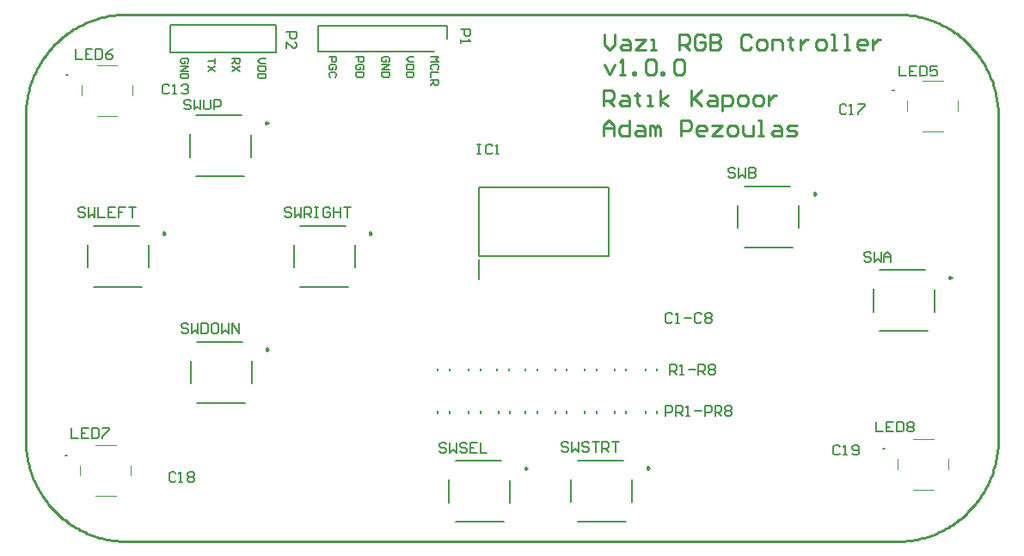
<source format=gto>
G04*
G04 #@! TF.GenerationSoftware,Altium Limited,Altium Designer,21.2.2 (38)*
G04*
G04 Layer_Color=65535*
%FSLAX25Y25*%
%MOIN*%
G70*
G04*
G04 #@! TF.SameCoordinates,98E345A6-E5E3-4E7C-82CD-A9440516B19A*
G04*
G04*
G04 #@! TF.FilePolarity,Positive*
G04*
G01*
G75*
%ADD10C,0.01000*%
%ADD11C,0.00984*%
%ADD12C,0.00787*%
%ADD13C,0.00394*%
%ADD14C,0.00709*%
%ADD15C,0.00591*%
D10*
X477500Y294630D02*
X477487Y295627D01*
X477450Y296624D01*
X477386Y297619D01*
X477298Y298613D01*
X477184Y299604D01*
X477046Y300592D01*
X476883Y301576D01*
X476694Y302555D01*
X476481Y303529D01*
X476243Y304498D01*
X475981Y305461D01*
X475695Y306416D01*
X475384Y307364D01*
X475049Y308303D01*
X474691Y309234D01*
X474309Y310156D01*
X473904Y311067D01*
X473477Y311968D01*
X473026Y312858D01*
X472553Y313736D01*
X472058Y314602D01*
X471541Y315455D01*
X471003Y316295D01*
X470443Y317121D01*
X469863Y317932D01*
X469263Y318729D01*
X468642Y319510D01*
X468002Y320274D01*
X467343Y321023D01*
X466665Y321755D01*
X465969Y322469D01*
X465255Y323165D01*
X464523Y323843D01*
X463774Y324502D01*
X463010Y325142D01*
X462229Y325763D01*
X461432Y326363D01*
X460621Y326943D01*
X459795Y327503D01*
X458955Y328041D01*
X458102Y328558D01*
X457236Y329053D01*
X456358Y329526D01*
X455468Y329977D01*
X454567Y330404D01*
X453656Y330809D01*
X452734Y331191D01*
X451803Y331549D01*
X450864Y331884D01*
X449916Y332194D01*
X448960Y332481D01*
X447998Y332743D01*
X447029Y332981D01*
X446055Y333194D01*
X445076Y333383D01*
X444092Y333546D01*
X443104Y333684D01*
X442113Y333798D01*
X441119Y333886D01*
X440124Y333949D01*
X439127Y333987D01*
X438130Y334000D01*
Y129500D02*
X439127Y129513D01*
X440124Y129551D01*
X441119Y129614D01*
X442113Y129702D01*
X443104Y129815D01*
X444092Y129954D01*
X445076Y130117D01*
X446055Y130306D01*
X447029Y130519D01*
X447998Y130757D01*
X448960Y131019D01*
X449916Y131306D01*
X450864Y131616D01*
X451803Y131951D01*
X452734Y132309D01*
X453656Y132691D01*
X454567Y133096D01*
X455468Y133523D01*
X456358Y133974D01*
X457236Y134447D01*
X458102Y134942D01*
X458955Y135459D01*
X459795Y135997D01*
X460621Y136556D01*
X461432Y137136D01*
X462228Y137737D01*
X463009Y138357D01*
X463774Y138997D01*
X464523Y139657D01*
X465254Y140335D01*
X465969Y141031D01*
X466665Y141745D01*
X467343Y142477D01*
X468002Y143225D01*
X468642Y143990D01*
X469263Y144771D01*
X469863Y145568D01*
X470443Y146379D01*
X471003Y147205D01*
X471541Y148044D01*
X472058Y148898D01*
X472553Y149763D01*
X473026Y150642D01*
X473476Y151531D01*
X473904Y152432D01*
X474309Y153344D01*
X474691Y154265D01*
X475049Y155196D01*
X475384Y156136D01*
X475694Y157084D01*
X475981Y158039D01*
X476243Y159001D01*
X476481Y159970D01*
X476694Y160944D01*
X476882Y161924D01*
X477046Y162908D01*
X477184Y163896D01*
X477298Y164886D01*
X477386Y165880D01*
X477449Y166876D01*
X477487Y167872D01*
X477500Y168869D01*
X139870Y334000D02*
X138873Y333987D01*
X137876Y333949D01*
X136881Y333886D01*
X135887Y333798D01*
X134896Y333684D01*
X133908Y333546D01*
X132924Y333383D01*
X131945Y333194D01*
X130971Y332981D01*
X130002Y332743D01*
X129040Y332481D01*
X128084Y332194D01*
X127136Y331884D01*
X126197Y331549D01*
X125266Y331191D01*
X124344Y330809D01*
X123433Y330404D01*
X122532Y329977D01*
X121642Y329526D01*
X120764Y329053D01*
X119898Y328558D01*
X119045Y328041D01*
X118205Y327503D01*
X117379Y326943D01*
X116568Y326363D01*
X115771Y325763D01*
X114990Y325142D01*
X114225Y324502D01*
X113477Y323843D01*
X112745Y323165D01*
X112031Y322469D01*
X111335Y321755D01*
X110657Y321023D01*
X109998Y320274D01*
X109358Y319510D01*
X108737Y318728D01*
X108137Y317932D01*
X107556Y317121D01*
X106997Y316295D01*
X106459Y315455D01*
X105942Y314602D01*
X105447Y313736D01*
X104974Y312858D01*
X104523Y311968D01*
X104095Y311067D01*
X103691Y310156D01*
X103309Y309234D01*
X102951Y308303D01*
X102616Y307364D01*
X102305Y306416D01*
X102019Y305460D01*
X101757Y304498D01*
X101519Y303529D01*
X101306Y302555D01*
X101118Y301575D01*
X100954Y300592D01*
X100815Y299604D01*
X100702Y298613D01*
X100614Y297619D01*
X100550Y296624D01*
X100513Y295627D01*
X100500Y294630D01*
Y168870D02*
X100513Y167873D01*
X100550Y166876D01*
X100614Y165881D01*
X100702Y164887D01*
X100815Y163896D01*
X100954Y162908D01*
X101118Y161924D01*
X101306Y160945D01*
X101519Y159970D01*
X101757Y159002D01*
X102019Y158039D01*
X102305Y157084D01*
X102616Y156136D01*
X102951Y155197D01*
X103309Y154266D01*
X103691Y153344D01*
X104096Y152433D01*
X104524Y151532D01*
X104974Y150642D01*
X105447Y149764D01*
X105942Y148898D01*
X106459Y148045D01*
X106997Y147205D01*
X107557Y146379D01*
X108137Y145568D01*
X108737Y144771D01*
X109358Y143991D01*
X109998Y143226D01*
X110657Y142477D01*
X111335Y141745D01*
X112031Y141031D01*
X112745Y140335D01*
X113477Y139657D01*
X114225Y138998D01*
X114990Y138358D01*
X115771Y137737D01*
X116568Y137137D01*
X117379Y136556D01*
X118205Y135997D01*
X119045Y135459D01*
X119898Y134942D01*
X120764Y134447D01*
X121642Y133974D01*
X122532Y133523D01*
X123433Y133096D01*
X124344Y132691D01*
X125266Y132309D01*
X126197Y131951D01*
X127136Y131616D01*
X128084Y131306D01*
X129040Y131019D01*
X130002Y130757D01*
X130971Y130519D01*
X131945Y130306D01*
X132924Y130117D01*
X133908Y129954D01*
X134896Y129815D01*
X135887Y129702D01*
X136881Y129614D01*
X137876Y129551D01*
X138873Y129513D01*
X139870Y129500D01*
X139870D02*
X438130D01*
X139870Y334000D02*
X438130D01*
X477500Y168870D02*
Y294630D01*
X100500Y168870D02*
Y294630D01*
X324500Y298597D02*
Y304595D01*
X327499D01*
X328499Y303595D01*
Y301596D01*
X327499Y300596D01*
X324500D01*
X326499D02*
X328499Y298597D01*
X331498Y302596D02*
X333497D01*
X334497Y301596D01*
Y298597D01*
X331498D01*
X330498Y299597D01*
X331498Y300596D01*
X334497D01*
X337496Y303595D02*
Y302596D01*
X336496D01*
X338495D01*
X337496D01*
Y299597D01*
X338495Y298597D01*
X341494D02*
X343494D01*
X342494D01*
Y302596D01*
X341494D01*
X346493Y298597D02*
Y304595D01*
Y300596D02*
X349492Y302596D01*
X346493Y300596D02*
X349492Y298597D01*
X358489Y304595D02*
Y298597D01*
Y300596D01*
X362488Y304595D01*
X359489Y301596D01*
X362488Y298597D01*
X365487Y302596D02*
X367486D01*
X368486Y301596D01*
Y298597D01*
X365487D01*
X364487Y299597D01*
X365487Y300596D01*
X368486D01*
X370485Y296598D02*
Y302596D01*
X373484D01*
X374484Y301596D01*
Y299597D01*
X373484Y298597D01*
X370485D01*
X377483D02*
X379482D01*
X380482Y299597D01*
Y301596D01*
X379482Y302596D01*
X377483D01*
X376483Y301596D01*
Y299597D01*
X377483Y298597D01*
X383481D02*
X385480D01*
X386480Y299597D01*
Y301596D01*
X385480Y302596D01*
X383481D01*
X382481Y301596D01*
Y299597D01*
X383481Y298597D01*
X388479Y302596D02*
Y298597D01*
Y300596D01*
X389479Y301596D01*
X390479Y302596D01*
X391478D01*
X324500Y287000D02*
Y290999D01*
X326499Y292998D01*
X328499Y290999D01*
Y287000D01*
Y289999D01*
X324500D01*
X334497Y292998D02*
Y287000D01*
X331498D01*
X330498Y288000D01*
Y289999D01*
X331498Y290999D01*
X334497D01*
X337496D02*
X339495D01*
X340495Y289999D01*
Y287000D01*
X337496D01*
X336496Y288000D01*
X337496Y288999D01*
X340495D01*
X342494Y287000D02*
Y290999D01*
X343494D01*
X344494Y289999D01*
Y287000D01*
Y289999D01*
X345493Y290999D01*
X346493Y289999D01*
Y287000D01*
X354490D02*
Y292998D01*
X357489D01*
X358489Y291998D01*
Y289999D01*
X357489Y288999D01*
X354490D01*
X363487Y287000D02*
X361488D01*
X360488Y288000D01*
Y289999D01*
X361488Y290999D01*
X363487D01*
X364487Y289999D01*
Y288999D01*
X360488D01*
X366486Y290999D02*
X370485D01*
X366486Y287000D01*
X370485D01*
X373484D02*
X375483D01*
X376483Y288000D01*
Y289999D01*
X375483Y290999D01*
X373484D01*
X372484Y289999D01*
Y288000D01*
X373484Y287000D01*
X378483Y290999D02*
Y288000D01*
X379482Y287000D01*
X382481D01*
Y290999D01*
X384481Y287000D02*
X386480D01*
X385480D01*
Y292998D01*
X384481D01*
X390479Y290999D02*
X392478D01*
X393478Y289999D01*
Y287000D01*
X390479D01*
X389479Y288000D01*
X390479Y288999D01*
X393478D01*
X395477Y287000D02*
X398476D01*
X399476Y288000D01*
X398476Y288999D01*
X396477D01*
X395477Y289999D01*
X396477Y290999D01*
X399476D01*
X325000Y326096D02*
Y322097D01*
X326999Y320098D01*
X328999Y322097D01*
Y326096D01*
X331998Y324096D02*
X333997D01*
X334997Y323097D01*
Y320098D01*
X331998D01*
X330998Y321097D01*
X331998Y322097D01*
X334997D01*
X336996Y324096D02*
X340995D01*
X336996Y320098D01*
X340995D01*
X342994D02*
X344993D01*
X343994D01*
Y324096D01*
X342994D01*
X353991Y320098D02*
Y326096D01*
X356990D01*
X357989Y325096D01*
Y323097D01*
X356990Y322097D01*
X353991D01*
X355990D02*
X357989Y320098D01*
X363987Y325096D02*
X362988Y326096D01*
X360988D01*
X359989Y325096D01*
Y321097D01*
X360988Y320098D01*
X362988D01*
X363987Y321097D01*
Y323097D01*
X361988D01*
X365987Y326096D02*
Y320098D01*
X368986D01*
X369985Y321097D01*
Y322097D01*
X368986Y323097D01*
X365987D01*
X368986D01*
X369985Y324096D01*
Y325096D01*
X368986Y326096D01*
X365987D01*
X381982Y325096D02*
X380982Y326096D01*
X378982D01*
X377983Y325096D01*
Y321097D01*
X378982Y320098D01*
X380982D01*
X381982Y321097D01*
X384981Y320098D02*
X386980D01*
X387980Y321097D01*
Y323097D01*
X386980Y324096D01*
X384981D01*
X383981Y323097D01*
Y321097D01*
X384981Y320098D01*
X389979D02*
Y324096D01*
X392978D01*
X393978Y323097D01*
Y320098D01*
X396977Y325096D02*
Y324096D01*
X395977D01*
X397976D01*
X396977D01*
Y321097D01*
X397976Y320098D01*
X400975Y324096D02*
Y320098D01*
Y322097D01*
X401975Y323097D01*
X402975Y324096D01*
X403974D01*
X407973Y320098D02*
X409972D01*
X410972Y321097D01*
Y323097D01*
X409972Y324096D01*
X407973D01*
X406974Y323097D01*
Y321097D01*
X407973Y320098D01*
X412971D02*
X414971D01*
X413971D01*
Y326096D01*
X412971D01*
X417970Y320098D02*
X419969D01*
X418970D01*
Y326096D01*
X417970D01*
X425967Y320098D02*
X423968D01*
X422968Y321097D01*
Y323097D01*
X423968Y324096D01*
X425967D01*
X426967Y323097D01*
Y322097D01*
X422968D01*
X428966Y324096D02*
Y320098D01*
Y322097D01*
X429966Y323097D01*
X430966Y324096D01*
X431965D01*
X325000Y314499D02*
X326999Y310500D01*
X328999Y314499D01*
X330998Y310500D02*
X332997D01*
X331998D01*
Y316498D01*
X330998Y315498D01*
X335996Y310500D02*
Y311500D01*
X336996D01*
Y310500D01*
X335996D01*
X340995Y315498D02*
X341995Y316498D01*
X343994D01*
X344993Y315498D01*
Y311500D01*
X343994Y310500D01*
X341995D01*
X340995Y311500D01*
Y315498D01*
X346993Y310500D02*
Y311500D01*
X347993D01*
Y310500D01*
X346993D01*
X351991Y315498D02*
X352991Y316498D01*
X354990D01*
X355990Y315498D01*
Y311500D01*
X354990Y310500D01*
X352991D01*
X351991Y311500D01*
Y315498D01*
D11*
X194405Y291858D02*
X193667Y292284D01*
Y291432D01*
X194405Y291858D01*
X342201Y158000D02*
X341463Y158426D01*
Y157574D01*
X342201Y158000D01*
X294905Y157858D02*
X294167Y158284D01*
Y157432D01*
X294905Y157858D01*
X406906Y264358D02*
X406167Y264785D01*
Y263932D01*
X406906Y264358D01*
X459406Y231858D02*
X458667Y232284D01*
Y231432D01*
X459406Y231858D01*
X194701Y204000D02*
X193963Y204426D01*
Y203574D01*
X194701Y204000D01*
X234701Y249000D02*
X233963Y249426D01*
Y248574D01*
X234701Y249000D01*
X154701D02*
X153963Y249426D01*
Y248574D01*
X154701Y249000D01*
D12*
X116539Y162906D02*
X115752D01*
X116539D01*
X433539Y165405D02*
X432752D01*
X433539D01*
X117039Y310405D02*
X116252D01*
X117039D01*
X436398Y304409D02*
X437185D01*
X436398D01*
X166638Y294811D02*
X184268D01*
X187811Y278563D02*
Y287331D01*
X166638Y271189D02*
X185362D01*
X164189Y278563D02*
Y287437D01*
X276244Y231059D02*
Y238736D01*
X276303Y240114D02*
X326697D01*
Y266886D01*
X276303D02*
X326697D01*
X276303Y240114D02*
Y266886D01*
X156409Y329795D02*
X197591D01*
X156409Y319205D02*
Y329795D01*
X197591Y319205D02*
Y329795D01*
X156409Y319205D02*
X197591D01*
X214000Y319618D02*
X259000D01*
X214000D02*
Y329382D01*
X264000D01*
Y324500D02*
Y329382D01*
X272236Y179354D02*
Y180142D01*
X276764Y179354D02*
Y180142D01*
X345264Y179358D02*
Y180146D01*
X340736Y179358D02*
Y180146D01*
X333264Y179354D02*
Y180142D01*
X328736Y179354D02*
Y180142D01*
X321764Y179354D02*
Y180142D01*
X317236Y179354D02*
Y180142D01*
X310264Y179354D02*
Y180142D01*
X305736Y179354D02*
Y180142D01*
X298764Y179354D02*
Y180142D01*
X294236Y179354D02*
Y180142D01*
X288264Y179354D02*
Y180142D01*
X283736Y179354D02*
Y180142D01*
X264764Y179354D02*
Y180142D01*
X260236Y179354D02*
Y180142D01*
Y195854D02*
Y196642D01*
X264764Y195854D02*
Y196642D01*
X272236Y195854D02*
Y196642D01*
X276764Y195854D02*
Y196642D01*
X283236Y195854D02*
Y196642D01*
X287764Y195854D02*
Y196642D01*
X294236Y195854D02*
Y196642D01*
X298764Y195854D02*
Y196642D01*
X305736Y195854D02*
Y196642D01*
X310264Y195854D02*
Y196642D01*
X317236Y195854D02*
Y196642D01*
X321764Y195854D02*
Y196642D01*
X328736Y195854D02*
Y196642D01*
X333264Y195854D02*
Y196642D01*
X340736Y195854D02*
Y196642D01*
X345264Y195854D02*
Y196642D01*
X311984Y144705D02*
Y153579D01*
X314433Y137331D02*
X333157D01*
X335606Y144705D02*
Y153472D01*
X314433Y160953D02*
X332063D01*
X264689Y144563D02*
Y153437D01*
X267138Y137189D02*
X285862D01*
X288311Y144563D02*
Y153331D01*
X267138Y160811D02*
X284768D01*
X376689Y251063D02*
Y259937D01*
X379138Y243689D02*
X397862D01*
X400311Y251063D02*
Y259831D01*
X379138Y267311D02*
X396768D01*
X429189Y218563D02*
Y227437D01*
X431638Y211189D02*
X450362D01*
X452811Y218563D02*
Y227331D01*
X431638Y234811D02*
X449268D01*
X164484Y190705D02*
Y199579D01*
X166933Y183331D02*
X185657D01*
X188106Y190705D02*
Y199472D01*
X166933Y206953D02*
X184563D01*
X204484Y235705D02*
Y244579D01*
X206933Y228331D02*
X225657D01*
X228106Y235705D02*
Y244472D01*
X206933Y251953D02*
X224563D01*
X124484Y235705D02*
Y244579D01*
X126933Y228331D02*
X145657D01*
X148106Y235705D02*
Y244472D01*
X126933Y251953D02*
X144563D01*
D13*
X141342Y155032D02*
Y158968D01*
X121658Y155032D02*
Y158968D01*
X127563Y147158D02*
X135437D01*
X127563Y166842D02*
X135437D01*
X458343Y157531D02*
Y161469D01*
X438658Y157531D02*
Y161469D01*
X444563Y149657D02*
X452437D01*
X444563Y169343D02*
X452437D01*
X141842Y302532D02*
Y306469D01*
X122158Y302532D02*
Y306469D01*
X128063Y294657D02*
X135937D01*
X128063Y314342D02*
X135937D01*
X448209Y308346D02*
X456083D01*
X448209Y288661D02*
X456083D01*
X442303Y296535D02*
Y300472D01*
X461988Y296535D02*
Y300472D01*
D14*
X164408Y300312D02*
X163752Y300968D01*
X162440D01*
X161785Y300312D01*
Y299656D01*
X162440Y299000D01*
X163752D01*
X164408Y298344D01*
Y297688D01*
X163752Y297032D01*
X162440D01*
X161785Y297688D01*
X165720Y300968D02*
Y297032D01*
X167032Y298344D01*
X168344Y297032D01*
Y300968D01*
X169656D02*
Y297688D01*
X170312Y297032D01*
X171624D01*
X172280Y297688D01*
Y300968D01*
X173592Y297032D02*
Y300968D01*
X175560D01*
X176216Y300312D01*
Y299000D01*
X175560Y298344D01*
X173592D01*
X348709Y178209D02*
Y182144D01*
X350676D01*
X351332Y181488D01*
Y180176D01*
X350676Y179521D01*
X348709D01*
X352644Y178209D02*
Y182144D01*
X354612D01*
X355268Y181488D01*
Y180176D01*
X354612Y179521D01*
X352644D01*
X353956D02*
X355268Y178209D01*
X356580D02*
X357892D01*
X357236D01*
Y182144D01*
X356580Y181488D01*
X359860Y180176D02*
X362484D01*
X363796Y178209D02*
Y182144D01*
X365763D01*
X366420Y181488D01*
Y180176D01*
X365763Y179521D01*
X363796D01*
X367731Y178209D02*
Y182144D01*
X369699D01*
X370355Y181488D01*
Y180176D01*
X369699Y179521D01*
X367731D01*
X369043D02*
X370355Y178209D01*
X371667Y181488D02*
X372323Y182144D01*
X373635D01*
X374291Y181488D01*
Y180833D01*
X373635Y180176D01*
X374291Y179521D01*
Y178865D01*
X373635Y178209D01*
X372323D01*
X371667Y178865D01*
Y179521D01*
X372323Y180176D01*
X371667Y180833D01*
Y181488D01*
X372323Y180176D02*
X373635D01*
X350209Y194209D02*
Y198144D01*
X352176D01*
X352833Y197488D01*
Y196177D01*
X352176Y195521D01*
X350209D01*
X351521D02*
X352833Y194209D01*
X354144D02*
X355456D01*
X354800D01*
Y198144D01*
X354144Y197488D01*
X357424Y196177D02*
X360048D01*
X361360Y194209D02*
Y198144D01*
X363328D01*
X363984Y197488D01*
Y196177D01*
X363328Y195521D01*
X361360D01*
X362672D02*
X363984Y194209D01*
X365296Y197488D02*
X365952Y198144D01*
X367264D01*
X367919Y197488D01*
Y196833D01*
X367264Y196177D01*
X367919Y195521D01*
Y194865D01*
X367264Y194209D01*
X365952D01*
X365296Y194865D01*
Y195521D01*
X365952Y196177D01*
X365296Y196833D01*
Y197488D01*
X365952Y196177D02*
X367264D01*
X351332Y217488D02*
X350676Y218144D01*
X349365D01*
X348709Y217488D01*
Y214865D01*
X349365Y214209D01*
X350676D01*
X351332Y214865D01*
X352644Y214209D02*
X353956D01*
X353300D01*
Y218144D01*
X352644Y217488D01*
X355924Y216177D02*
X358548D01*
X362484Y217488D02*
X361828Y218144D01*
X360516D01*
X359860Y217488D01*
Y214865D01*
X360516Y214209D01*
X361828D01*
X362484Y214865D01*
X363796Y217488D02*
X364452Y218144D01*
X365763D01*
X366420Y217488D01*
Y216832D01*
X365763Y216177D01*
X366420Y215521D01*
Y214865D01*
X365763Y214209D01*
X364452D01*
X363796Y214865D01*
Y215521D01*
X364452Y216177D01*
X363796Y216832D01*
Y217488D01*
X364452Y216177D02*
X365763D01*
X269081Y328075D02*
X273017D01*
Y326107D01*
X272361Y325451D01*
X271049D01*
X270393Y326107D01*
Y328075D01*
X269081Y324139D02*
Y322828D01*
Y323483D01*
X273017D01*
X272361Y324139D01*
X201532Y327280D02*
X205468D01*
Y325312D01*
X204812Y324656D01*
X203500D01*
X202844Y325312D01*
Y327280D01*
X201532Y320720D02*
Y323344D01*
X204156Y320720D01*
X204812D01*
X205468Y321376D01*
Y322688D01*
X204812Y323344D01*
X416204Y166312D02*
X415548Y166968D01*
X414236D01*
X413580Y166312D01*
Y163688D01*
X414236Y163032D01*
X415548D01*
X416204Y163688D01*
X417516Y163032D02*
X418828D01*
X418172D01*
Y166968D01*
X417516Y166312D01*
X420796Y163688D02*
X421452Y163032D01*
X422764D01*
X423420Y163688D01*
Y166312D01*
X422764Y166968D01*
X421452D01*
X420796Y166312D01*
Y165656D01*
X421452Y165000D01*
X423420D01*
X158704Y155800D02*
X158048Y156456D01*
X156736D01*
X156080Y155800D01*
Y153176D01*
X156736Y152520D01*
X158048D01*
X158704Y153176D01*
X160016Y152520D02*
X161328D01*
X160672D01*
Y156456D01*
X160016Y155800D01*
X163296D02*
X163952Y156456D01*
X165264D01*
X165920Y155800D01*
Y155144D01*
X165264Y154488D01*
X165920Y153832D01*
Y153176D01*
X165264Y152520D01*
X163952D01*
X163296Y153176D01*
Y153832D01*
X163952Y154488D01*
X163296Y155144D01*
Y155800D01*
X163952Y154488D02*
X165264D01*
X418704Y298556D02*
X418048Y299212D01*
X416736D01*
X416080Y298556D01*
Y295932D01*
X416736Y295276D01*
X418048D01*
X418704Y295932D01*
X420016Y295276D02*
X421328D01*
X420672D01*
Y299212D01*
X420016Y298556D01*
X423296Y299212D02*
X425920D01*
Y298556D01*
X423296Y295932D01*
Y295276D01*
X310924Y167480D02*
X310268Y168136D01*
X308956D01*
X308300Y167480D01*
Y166824D01*
X308956Y166168D01*
X310268D01*
X310924Y165512D01*
Y164856D01*
X310268Y164200D01*
X308956D01*
X308300Y164856D01*
X312236Y168136D02*
Y164200D01*
X313548Y165512D01*
X314860Y164200D01*
Y168136D01*
X318795Y167480D02*
X318139Y168136D01*
X316827D01*
X316172Y167480D01*
Y166824D01*
X316827Y166168D01*
X318139D01*
X318795Y165512D01*
Y164856D01*
X318139Y164200D01*
X316827D01*
X316172Y164856D01*
X320107Y168136D02*
X322731D01*
X321419D01*
Y164200D01*
X324043D02*
Y168136D01*
X326011D01*
X326667Y167480D01*
Y166168D01*
X326011Y165512D01*
X324043D01*
X325355D02*
X326667Y164200D01*
X327979Y168136D02*
X330603D01*
X329291D01*
Y164200D01*
X263624Y167280D02*
X262968Y167936D01*
X261656D01*
X261000Y167280D01*
Y166624D01*
X261656Y165968D01*
X262968D01*
X263624Y165312D01*
Y164656D01*
X262968Y164000D01*
X261656D01*
X261000Y164656D01*
X264936Y167936D02*
Y164000D01*
X266248Y165312D01*
X267560Y164000D01*
Y167936D01*
X271495Y167280D02*
X270839Y167936D01*
X269527D01*
X268871Y167280D01*
Y166624D01*
X269527Y165968D01*
X270839D01*
X271495Y165312D01*
Y164656D01*
X270839Y164000D01*
X269527D01*
X268871Y164656D01*
X275431Y167936D02*
X272807D01*
Y164000D01*
X275431D01*
X272807Y165968D02*
X274119D01*
X276743Y167936D02*
Y164000D01*
X279367D01*
X203424Y258480D02*
X202768Y259136D01*
X201456D01*
X200800Y258480D01*
Y257824D01*
X201456Y257168D01*
X202768D01*
X203424Y256512D01*
Y255856D01*
X202768Y255200D01*
X201456D01*
X200800Y255856D01*
X204736Y259136D02*
Y255200D01*
X206048Y256512D01*
X207360Y255200D01*
Y259136D01*
X208671Y255200D02*
Y259136D01*
X210639D01*
X211295Y258480D01*
Y257168D01*
X210639Y256512D01*
X208671D01*
X209983D02*
X211295Y255200D01*
X212607Y259136D02*
X213919D01*
X213263D01*
Y255200D01*
X212607D01*
X213919D01*
X218511Y258480D02*
X217855Y259136D01*
X216543D01*
X215887Y258480D01*
Y255856D01*
X216543Y255200D01*
X217855D01*
X218511Y255856D01*
Y257168D01*
X217199D01*
X219823Y259136D02*
Y255200D01*
Y257168D01*
X222447D01*
Y259136D01*
Y255200D01*
X223759Y259136D02*
X226382D01*
X225070D01*
Y255200D01*
X123424Y258480D02*
X122768Y259136D01*
X121456D01*
X120800Y258480D01*
Y257824D01*
X121456Y257168D01*
X122768D01*
X123424Y256512D01*
Y255856D01*
X122768Y255200D01*
X121456D01*
X120800Y255856D01*
X124736Y259136D02*
Y255200D01*
X126048Y256512D01*
X127360Y255200D01*
Y259136D01*
X128672D02*
Y255200D01*
X131295D01*
X135231Y259136D02*
X132607D01*
Y255200D01*
X135231D01*
X132607Y257168D02*
X133919D01*
X139167Y259136D02*
X136543D01*
Y257168D01*
X137855D01*
X136543D01*
Y255200D01*
X140479Y259136D02*
X143103D01*
X141791D01*
Y255200D01*
X163424Y213480D02*
X162768Y214136D01*
X161456D01*
X160800Y213480D01*
Y212824D01*
X161456Y212168D01*
X162768D01*
X163424Y211512D01*
Y210856D01*
X162768Y210200D01*
X161456D01*
X160800Y210856D01*
X164736Y214136D02*
Y210200D01*
X166048Y211512D01*
X167360Y210200D01*
Y214136D01*
X168672D02*
Y210200D01*
X170639D01*
X171295Y210856D01*
Y213480D01*
X170639Y214136D01*
X168672D01*
X174575D02*
X173263D01*
X172607Y213480D01*
Y210856D01*
X173263Y210200D01*
X174575D01*
X175231Y210856D01*
Y213480D01*
X174575Y214136D01*
X176543D02*
Y210200D01*
X177855Y211512D01*
X179167Y210200D01*
Y214136D01*
X180479Y210200D02*
Y214136D01*
X183103Y210200D01*
Y214136D01*
X375624Y273780D02*
X374968Y274436D01*
X373656D01*
X373000Y273780D01*
Y273124D01*
X373656Y272468D01*
X374968D01*
X375624Y271812D01*
Y271156D01*
X374968Y270500D01*
X373656D01*
X373000Y271156D01*
X376936Y274436D02*
Y270500D01*
X378248Y271812D01*
X379560Y270500D01*
Y274436D01*
X380872D02*
Y270500D01*
X382839D01*
X383495Y271156D01*
Y271812D01*
X382839Y272468D01*
X380872D01*
X382839D01*
X383495Y273124D01*
Y273780D01*
X382839Y274436D01*
X380872D01*
X428124Y241280D02*
X427468Y241936D01*
X426156D01*
X425500Y241280D01*
Y240624D01*
X426156Y239968D01*
X427468D01*
X428124Y239312D01*
Y238656D01*
X427468Y238000D01*
X426156D01*
X425500Y238656D01*
X429436Y241936D02*
Y238000D01*
X430748Y239312D01*
X432060Y238000D01*
Y241936D01*
X433371Y238000D02*
Y240624D01*
X434683Y241936D01*
X435995Y240624D01*
Y238000D01*
Y239968D01*
X433371D01*
X430285Y175968D02*
Y172032D01*
X432908D01*
X436844Y175968D02*
X434220D01*
Y172032D01*
X436844D01*
X434220Y174000D02*
X435532D01*
X438156Y175968D02*
Y172032D01*
X440124D01*
X440780Y172688D01*
Y175312D01*
X440124Y175968D01*
X438156D01*
X442092Y175312D02*
X442748Y175968D01*
X444060D01*
X444715Y175312D01*
Y174656D01*
X444060Y174000D01*
X444715Y173344D01*
Y172688D01*
X444060Y172032D01*
X442748D01*
X442092Y172688D01*
Y173344D01*
X442748Y174000D01*
X442092Y174656D01*
Y175312D01*
X442748Y174000D02*
X444060D01*
X118284Y173468D02*
Y169532D01*
X120908D01*
X124844Y173468D02*
X122220D01*
Y169532D01*
X124844D01*
X122220Y171500D02*
X123532D01*
X126156Y173468D02*
Y169532D01*
X128124D01*
X128780Y170188D01*
Y172812D01*
X128124Y173468D01*
X126156D01*
X130092D02*
X132715D01*
Y172812D01*
X130092Y170188D01*
Y169532D01*
X119784Y320468D02*
Y316532D01*
X122408D01*
X126344Y320468D02*
X123720D01*
Y316532D01*
X126344D01*
X123720Y318500D02*
X125032D01*
X127656Y320468D02*
Y316532D01*
X129624D01*
X130280Y317188D01*
Y319812D01*
X129624Y320468D01*
X127656D01*
X134215D02*
X132904Y319812D01*
X131592Y318500D01*
Y317188D01*
X132248Y316532D01*
X133560D01*
X134215Y317188D01*
Y317844D01*
X133560Y318500D01*
X131592D01*
X439285Y313968D02*
Y310032D01*
X441908D01*
X445844Y313968D02*
X443220D01*
Y310032D01*
X445844D01*
X443220Y312000D02*
X444532D01*
X447156Y313968D02*
Y310032D01*
X449124D01*
X449780Y310688D01*
Y313312D01*
X449124Y313968D01*
X447156D01*
X453716D02*
X451092D01*
Y312000D01*
X452404Y312656D01*
X453060D01*
X453716Y312000D01*
Y310688D01*
X453060Y310032D01*
X451748D01*
X451092Y310688D01*
X275500Y283636D02*
X276812D01*
X276156D01*
Y279700D01*
X275500D01*
X276812D01*
X281404Y282980D02*
X280748Y283636D01*
X279436D01*
X278780Y282980D01*
Y280356D01*
X279436Y279700D01*
X280748D01*
X281404Y280356D01*
X282716Y279700D02*
X284027D01*
X283371D01*
Y283636D01*
X282716Y282980D01*
X156204Y306312D02*
X155548Y306968D01*
X154236D01*
X153580Y306312D01*
Y303688D01*
X154236Y303032D01*
X155548D01*
X156204Y303688D01*
X157516Y303032D02*
X158828D01*
X158172D01*
Y306968D01*
X157516Y306312D01*
X160796D02*
X161452Y306968D01*
X162764D01*
X163420Y306312D01*
Y305656D01*
X162764Y305000D01*
X162108D01*
X162764D01*
X163420Y304344D01*
Y303688D01*
X162764Y303032D01*
X161452D01*
X160796Y303688D01*
D15*
X163050Y314942D02*
X163542Y315434D01*
Y316418D01*
X163050Y316910D01*
X161082D01*
X160591Y316418D01*
Y315434D01*
X161082Y314942D01*
X162066D01*
Y315926D01*
X160591Y313958D02*
X163542D01*
X160591Y311990D01*
X163542D01*
Y311006D02*
X160591D01*
Y309530D01*
X161082Y309038D01*
X163050D01*
X163542Y309530D01*
Y311006D01*
X174042Y316910D02*
Y314942D01*
Y315926D01*
X171090D01*
X174042Y313958D02*
X171090Y311990D01*
X174042D02*
X171090Y313958D01*
X180590Y316910D02*
X183542D01*
Y315434D01*
X183050Y314942D01*
X182066D01*
X181574Y315434D01*
Y316910D01*
Y315926D02*
X180590Y314942D01*
X183542Y313958D02*
X180590Y311990D01*
X183542D02*
X180590Y313958D01*
X193542Y316910D02*
X191575D01*
X190591Y315926D01*
X191575Y314942D01*
X193542D01*
Y313958D02*
X190591D01*
Y312482D01*
X191083Y311990D01*
X193050D01*
X193542Y312482D01*
Y313958D01*
Y311006D02*
X190591D01*
Y309530D01*
X191083Y309038D01*
X193050D01*
X193542Y309530D01*
Y311006D01*
X218091Y317409D02*
X221042D01*
Y315934D01*
X220550Y315442D01*
X219566D01*
X219075Y315934D01*
Y317409D01*
X220550Y312490D02*
X221042Y312982D01*
Y313966D01*
X220550Y314458D01*
X218583D01*
X218091Y313966D01*
Y312982D01*
X218583Y312490D01*
X219566D01*
Y313474D01*
X220550Y309538D02*
X221042Y310030D01*
Y311014D01*
X220550Y311506D01*
X218583D01*
X218091Y311014D01*
Y310030D01*
X218583Y309538D01*
X228590Y317409D02*
X231542D01*
Y315934D01*
X231050Y315442D01*
X230066D01*
X229574Y315934D01*
Y317409D01*
X231050Y312490D02*
X231542Y312982D01*
Y313966D01*
X231050Y314458D01*
X229082D01*
X228590Y313966D01*
Y312982D01*
X229082Y312490D01*
X230066D01*
Y313474D01*
X231542Y311506D02*
X228590D01*
Y310030D01*
X229082Y309538D01*
X231050D01*
X231542Y310030D01*
Y311506D01*
X241050Y315442D02*
X241542Y315934D01*
Y316917D01*
X241050Y317409D01*
X239083D01*
X238591Y316917D01*
Y315934D01*
X239083Y315442D01*
X240066D01*
Y316425D01*
X238591Y314458D02*
X241542D01*
X238591Y312490D01*
X241542D01*
Y311506D02*
X238591D01*
Y310030D01*
X239083Y309538D01*
X241050D01*
X241542Y310030D01*
Y311506D01*
X251042Y317409D02*
X249075D01*
X248091Y316425D01*
X249075Y315442D01*
X251042D01*
Y314458D02*
X248091D01*
Y312982D01*
X248583Y312490D01*
X250550D01*
X251042Y312982D01*
Y314458D01*
Y311506D02*
X248091D01*
Y310030D01*
X248583Y309538D01*
X250550D01*
X251042Y310030D01*
Y311506D01*
X257591Y317409D02*
X260542D01*
X259558Y316425D01*
X260542Y315442D01*
X257591D01*
X260050Y312490D02*
X260542Y312982D01*
Y313966D01*
X260050Y314458D01*
X258083D01*
X257591Y313966D01*
Y312982D01*
X258083Y312490D01*
X260542Y311506D02*
X257591D01*
Y309538D01*
Y308554D02*
X260542D01*
Y307078D01*
X260050Y306586D01*
X259066D01*
X258575Y307078D01*
Y308554D01*
Y307570D02*
X257591Y306586D01*
M02*

</source>
